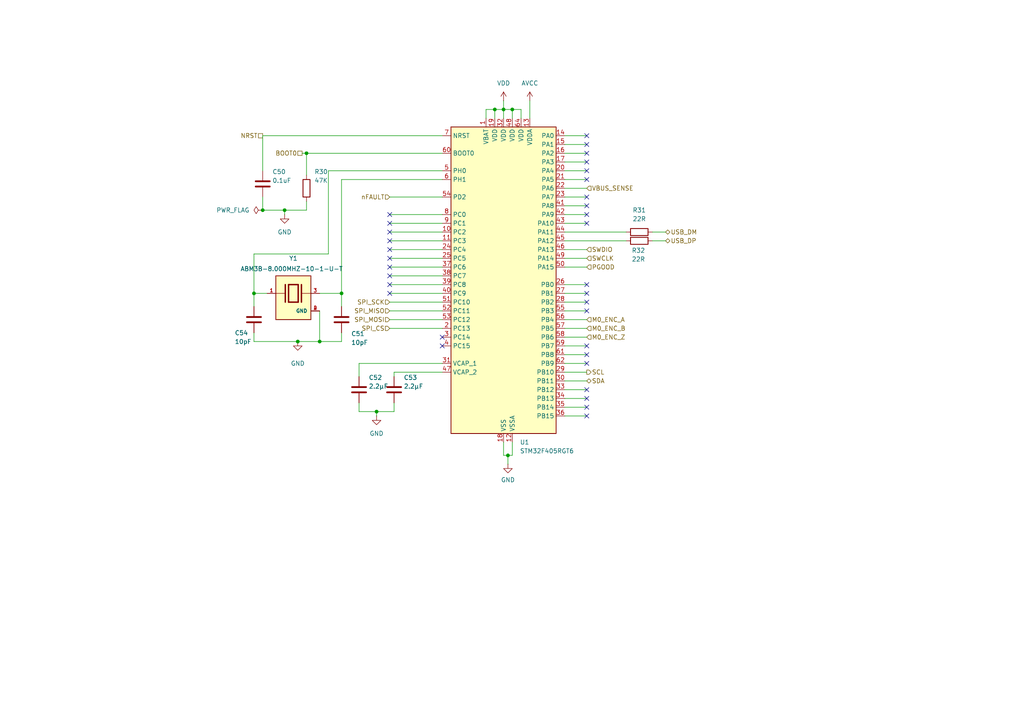
<source format=kicad_sch>
(kicad_sch (version 20231120) (generator "eeschema") (generator_version "8.0")
  (paper "A4")
  (lib_symbols
    (symbol "ABM3B-8.000MHZ-10-1-U-T:ABM3B-8.000MHZ-10-1-U-T" (pin_names (offset 1.016))
      (property "Reference" "Y" (at -5.0878 6.3559 0))
      (property "Value" "ABM3B-8.000MHZ-10-1-U-T" (at -5.0944 -10.16 0))
      (symbol "ABM3B-8.000MHZ-10-1-U-T_0_0"
        (rectangle (start -5.08 -7.62) (end 5.08 5.08) (stroke (width 0.254)) (fill (type background)))
        (polyline (pts (xy -5.08 0) (xy -2.54 0)) (stroke (width 0.1524)))
        (polyline (pts (xy -2.3368 2.54) (xy -2.3368 -2.54)) (stroke (width 0.4064)))
        (polyline (pts (xy -1.397 2.54) (xy -1.397 -2.54)) (stroke (width 0.4064)))
        (polyline (pts (xy -1.397 2.54) (xy 1.397 2.54)) (stroke (width 0.4064)))
        (polyline (pts (xy 1.397 -2.54) (xy -1.397 -2.54)) (stroke (width 0.4064)))
        (polyline (pts (xy 1.397 2.54) (xy 1.397 -2.54)) (stroke (width 0.4064)))
        (polyline (pts (xy 2.3368 2.54) (xy 2.3368 -2.54)) (stroke (width 0.4064)))
        (polyline (pts (xy 2.54 0) (xy 5.08 0)) (stroke (width 0.1524)))
        (pin passive line (at -7.62 0 0) (length 2.54) (name "~") (number "1"))
        (pin power_in line (at 7.62 -5.08 180) (length 2.54) (name "GND") (number "2"))
        (pin passive line (at 7.62 0 180) (length 2.54) (name "~") (number "3"))
        (pin power_in line (at 7.62 -5.08 180) (length 2.54) (name "GND") (number "4"))
      )
    )
    (symbol "Device:C" (pin_numbers hide) (pin_names (offset 0.254))
      (property "Reference" "C" (at 0.635 2.54 0))
      (property "Value" "C" (at 0.635 -2.54 0))
      (symbol "C_0_1"
        (polyline (pts (xy -2.032 -0.762) (xy 2.032 -0.762)) (stroke (width 0.508)))
        (polyline (pts (xy -2.032 0.762) (xy 2.032 0.762)) (stroke (width 0.508)))
      )
      (symbol "C_1_1"
        (pin passive line (at 0 3.81 270) (length 2.794) (name "~") (number "1"))
        (pin passive line (at 0 -3.81 90) (length 2.794) (name "~") (number "2"))
      )
    )
    (symbol "Device:R" (pin_numbers hide) (pin_names (offset 0))
      (property "Reference" "R" (at 2.032 0 90))
      (property "Value" "R" (at 0 0 90))
      (symbol "R_0_1"
        (rectangle (start -1.016 -2.54) (end 1.016 2.54) (stroke (width 0.254)))
      )
      (symbol "R_1_1"
        (pin passive line (at 0 3.81 270) (length 1.27) (name "~") (number "1"))
        (pin passive line (at 0 -3.81 90) (length 1.27) (name "~") (number "2"))
      )
    )
    (symbol "MCU_ST_STM32F4:STM32F405RGTx"
      (property "Reference" "U" (at -15.24 46.99 0))
      (property "Value" "STM32F405RGTx" (at 10.16 46.99 0))
      (symbol "STM32F405RGTx_0_1"
        (rectangle (start -15.24 -43.18) (end 15.24 45.72) (stroke (width 0.254)) (fill (type background)))
      )
      (symbol "STM32F405RGTx_1_1"
        (pin power_in line (at -5.08 48.26 270) (length 2.54) (name "VBAT") (number "1"))
        (pin bidirectional line (at -17.78 15.24 0) (length 2.54) (name "PC2") (number "10"))
        (pin bidirectional line (at -17.78 12.7 0) (length 2.54) (name "PC3") (number "11"))
        (pin power_in line (at 2.54 -45.72 90) (length 2.54) (name "VSSA") (number "12"))
        (pin power_in line (at 7.62 48.26 270) (length 2.54) (name "VDDA") (number "13"))
        (pin bidirectional line (at 17.78 43.18 180) (length 2.54) (name "PA0") (number "14"))
        (pin bidirectional line (at 17.78 40.64 180) (length 2.54) (name "PA1") (number "15"))
        (pin bidirectional line (at 17.78 38.1 180) (length 2.54) (name "PA2") (number "16"))
        (pin bidirectional line (at 17.78 35.56 180) (length 2.54) (name "PA3") (number "17"))
        (pin power_in line (at 0 -45.72 90) (length 2.54) (name "VSS") (number "18"))
        (pin power_in line (at -2.54 48.26 270) (length 2.54) (name "VDD") (number "19"))
        (pin bidirectional line (at -17.78 -12.7 0) (length 2.54) (name "PC13") (number "2"))
        (pin bidirectional line (at 17.78 33.02 180) (length 2.54) (name "PA4") (number "20"))
        (pin bidirectional line (at 17.78 30.48 180) (length 2.54) (name "PA5") (number "21"))
        (pin bidirectional line (at 17.78 27.94 180) (length 2.54) (name "PA6") (number "22"))
        (pin bidirectional line (at 17.78 25.4 180) (length 2.54) (name "PA7") (number "23"))
        (pin bidirectional line (at -17.78 10.16 0) (length 2.54) (name "PC4") (number "24"))
        (pin bidirectional line (at -17.78 7.62 0) (length 2.54) (name "PC5") (number "25"))
        (pin bidirectional line (at 17.78 0 180) (length 2.54) (name "PB0") (number "26"))
        (pin bidirectional line (at 17.78 -2.54 180) (length 2.54) (name "PB1") (number "27"))
        (pin bidirectional line (at 17.78 -5.08 180) (length 2.54) (name "PB2") (number "28"))
        (pin bidirectional line (at 17.78 -25.4 180) (length 2.54) (name "PB10") (number "29"))
        (pin bidirectional line (at -17.78 -15.24 0) (length 2.54) (name "PC14") (number "3"))
        (pin bidirectional line (at 17.78 -27.94 180) (length 2.54) (name "PB11") (number "30"))
        (pin power_out line (at -17.78 -22.86 0) (length 2.54) (name "VCAP_1") (number "31"))
        (pin power_in line (at 0 48.26 270) (length 2.54) (name "VDD") (number "32"))
        (pin bidirectional line (at 17.78 -30.48 180) (length 2.54) (name "PB12") (number "33"))
        (pin bidirectional line (at 17.78 -33.02 180) (length 2.54) (name "PB13") (number "34"))
        (pin bidirectional line (at 17.78 -35.56 180) (length 2.54) (name "PB14") (number "35"))
        (pin bidirectional line (at 17.78 -38.1 180) (length 2.54) (name "PB15") (number "36"))
        (pin bidirectional line (at -17.78 5.08 0) (length 2.54) (name "PC6") (number "37"))
        (pin bidirectional line (at -17.78 2.54 0) (length 2.54) (name "PC7") (number "38"))
        (pin bidirectional line (at -17.78 0 0) (length 2.54) (name "PC8") (number "39"))
        (pin bidirectional line (at -17.78 -17.78 0) (length 2.54) (name "PC15") (number "4"))
        (pin bidirectional line (at -17.78 -2.54 0) (length 2.54) (name "PC9") (number "40"))
        (pin bidirectional line (at 17.78 22.86 180) (length 2.54) (name "PA8") (number "41"))
        (pin bidirectional line (at 17.78 20.32 180) (length 2.54) (name "PA9") (number "42"))
        (pin bidirectional line (at 17.78 17.78 180) (length 2.54) (name "PA10") (number "43"))
        (pin bidirectional line (at 17.78 15.24 180) (length 2.54) (name "PA11") (number "44"))
        (pin bidirectional line (at 17.78 12.7 180) (length 2.54) (name "PA12") (number "45"))
        (pin bidirectional line (at 17.78 10.16 180) (length 2.54) (name "PA13") (number "46"))
        (pin power_out line (at -17.78 -25.4 0) (length 2.54) (name "VCAP_2") (number "47"))
        (pin power_in line (at 2.54 48.26 270) (length 2.54) (name "VDD") (number "48"))
        (pin bidirectional line (at 17.78 7.62 180) (length 2.54) (name "PA14") (number "49"))
        (pin bidirectional line (at -17.78 33.02 0) (length 2.54) (name "PH0") (number "5"))
        (pin bidirectional line (at 17.78 5.08 180) (length 2.54) (name "PA15") (number "50"))
        (pin bidirectional line (at -17.78 -5.08 0) (length 2.54) (name "PC10") (number "51"))
        (pin bidirectional line (at -17.78 -7.62 0) (length 2.54) (name "PC11") (number "52"))
        (pin bidirectional line (at -17.78 -10.16 0) (length 2.54) (name "PC12") (number "53"))
        (pin bidirectional line (at -17.78 25.4 0) (length 2.54) (name "PD2") (number "54"))
        (pin bidirectional line (at 17.78 -7.62 180) (length 2.54) (name "PB3") (number "55"))
        (pin bidirectional line (at 17.78 -10.16 180) (length 2.54) (name "PB4") (number "56"))
        (pin bidirectional line (at 17.78 -12.7 180) (length 2.54) (name "PB5") (number "57"))
        (pin bidirectional line (at 17.78 -15.24 180) (length 2.54) (name "PB6") (number "58"))
        (pin bidirectional line (at 17.78 -17.78 180) (length 2.54) (name "PB7") (number "59"))
        (pin bidirectional line (at -17.78 30.48 0) (length 2.54) (name "PH1") (number "6"))
        (pin input line (at -17.78 38.1 0) (length 2.54) (name "BOOT0") (number "60"))
        (pin bidirectional line (at 17.78 -20.32 180) (length 2.54) (name "PB8") (number "61"))
        (pin bidirectional line (at 17.78 -22.86 180) (length 2.54) (name "PB9") (number "62"))
        (pin passive line (at 0 -45.72 90) (length 2.54) hide (name "VSS") (number "63"))
        (pin power_in line (at 5.08 48.26 270) (length 2.54) (name "VDD") (number "64"))
        (pin input line (at -17.78 43.18 0) (length 2.54) (name "NRST") (number "7"))
        (pin bidirectional line (at -17.78 20.32 0) (length 2.54) (name "PC0") (number "8"))
        (pin bidirectional line (at -17.78 17.78 0) (length 2.54) (name "PC1") (number "9"))
      )
    )
    (symbol "power:GND" (power) (pin_numbers hide) (pin_names (offset 0) hide)
      (property "Value" "GND" (at 0 -3.81 0))
      (symbol "GND_0_1"
        (polyline (pts (xy 0 0) (xy 0 -1.27) (xy 1.27 -1.27) (xy 0 -2.54) (xy -1.27 -1.27) (xy 0 -1.27)))
      )
      (symbol "GND_1_1"
        (pin power_in line (at 0 0 270) (length 0) (name "~") (number "1"))
      )
    )
    (symbol "power:PWR_FLAG" (power) (pin_numbers hide) (pin_names (offset 0) hide)
      (property "Value" "PWR_FLAG" (at 0 3.81 0))
      (symbol "PWR_FLAG_0_0"
        (pin power_out line (at 0 0 90) (length 0) (name "~") (number "1"))
      )
      (symbol "PWR_FLAG_0_1"
        (polyline (pts (xy 0 0) (xy 0 1.27) (xy -1.016 1.905) (xy 0 2.54) (xy 1.016 1.905) (xy 0 1.27)))
      )
    )
    (symbol "power:VDD" (power) (pin_numbers hide) (pin_names (offset 0) hide)
      (property "Value" "VDD" (at 0 3.556 0))
      (symbol "VDD_0_1"
        (polyline (pts (xy -0.762 1.27) (xy 0 2.54)))
        (polyline (pts (xy 0 0) (xy 0 2.54)))
        (polyline (pts (xy 0 2.54) (xy 0.762 1.27)))
      )
      (symbol "VDD_1_1"
        (pin power_in line (at 0 0 90) (length 0) (name "~") (number "1"))
      )
    )
    (symbol "power:VDDA" (power) (pin_numbers hide) (pin_names (offset 0) hide)
      (property "Value" "VDDA" (at 0 3.556 0))
      (symbol "VDDA_0_1"
        (polyline (pts (xy -0.762 1.27) (xy 0 2.54)))
        (polyline (pts (xy 0 0) (xy 0 2.54)))
        (polyline (pts (xy 0 2.54) (xy 0.762 1.27)))
      )
      (symbol "VDDA_1_1"
        (pin power_in line (at 0 0 90) (length 0) (name "~") (number "1"))
      )
    )
  )
  (junction (at 73.66 85.09))
  (junction (at 76.2 60.96))
  (junction (at 82.55 60.96))
  (junction (at 109.22 119.38))
  (junction (at 92.71 99.06))
  (junction (at 99.06 85.09))
  (junction (at 148.59 31.75))
  (junction (at 146.05 31.75))
  (junction (at 88.9 44.45))
  (junction (at 86.36 99.06))
  (junction (at 147.32 132.08))
  (junction (at 143.51 31.75))
  (no_connect (at 170.18 49.53))
  (no_connect (at 170.18 85.09))
  (no_connect (at 170.18 87.63))
  (no_connect (at 170.18 64.77))
  (no_connect (at 170.18 115.57))
  (no_connect (at 113.03 74.93))
  (no_connect (at 113.03 85.09))
  (no_connect (at 113.03 72.39))
  (no_connect (at 113.03 80.01))
  (no_connect (at 113.03 67.31))
  (no_connect (at 113.03 69.85))
  (no_connect (at 113.03 62.23))
  (no_connect (at 170.18 118.11))
  (no_connect (at 170.18 52.07))
  (no_connect (at 170.18 41.91))
  (no_connect (at 170.18 120.65))
  (no_connect (at 128.27 97.79))
  (no_connect (at 170.18 82.55))
  (no_connect (at 170.18 90.17))
  (no_connect (at 170.18 44.45))
  (no_connect (at 170.18 59.69))
  (no_connect (at 170.18 46.99))
  (no_connect (at 170.18 39.37))
  (no_connect (at 170.18 105.41))
  (no_connect (at 113.03 77.47))
  (no_connect (at 113.03 64.77))
  (no_connect (at 113.03 82.55))
  (no_connect (at 170.18 113.03))
  (no_connect (at 170.18 102.87))
  (no_connect (at 170.18 100.33))
  (no_connect (at 170.18 62.23))
  (no_connect (at 170.18 57.15))
  (no_connect (at 128.27 100.33))
  (wire (pts (xy 113.03 77.47) (xy 128.27 77.47)))
  (wire (pts (xy 114.3 109.22) (xy 114.3 107.95)))
  (wire (pts (xy 146.05 29.21) (xy 146.05 31.75)))
  (wire (pts (xy 128.27 95.25) (xy 113.03 95.25)))
  (wire (pts (xy 92.71 85.09) (xy 99.06 85.09)))
  (wire (pts (xy 95.25 49.53) (xy 95.25 73.66)))
  (wire (pts (xy 87.63 44.45) (xy 88.9 44.45)))
  (wire (pts (xy 76.2 39.37) (xy 76.2 49.53)))
  (wire (pts (xy 128.27 62.23) (xy 113.03 62.23)))
  (wire (pts (xy 170.18 110.49) (xy 163.83 110.49)))
  (wire (pts (xy 163.83 62.23) (xy 170.18 62.23)))
  (wire (pts (xy 104.14 105.41) (xy 104.14 109.22)))
  (wire (pts (xy 114.3 107.95) (xy 128.27 107.95)))
  (wire (pts (xy 163.83 44.45) (xy 170.18 44.45)))
  (wire (pts (xy 113.03 69.85) (xy 128.27 69.85)))
  (wire (pts (xy 73.66 85.09) (xy 73.66 88.9)))
  (wire (pts (xy 76.2 60.96) (xy 82.55 60.96)))
  (wire (pts (xy 73.66 73.66) (xy 73.66 85.09)))
  (wire (pts (xy 163.83 59.69) (xy 170.18 59.69)))
  (wire (pts (xy 170.18 90.17) (xy 163.83 90.17)))
  (wire (pts (xy 163.83 69.85) (xy 181.61 69.85)))
  (wire (pts (xy 153.67 29.21) (xy 153.67 34.29)))
  (wire (pts (xy 113.03 57.15) (xy 128.27 57.15)))
  (wire (pts (xy 170.18 107.95) (xy 163.83 107.95)))
  (wire (pts (xy 163.83 74.93) (xy 170.18 74.93)))
  (wire (pts (xy 163.83 64.77) (xy 170.18 64.77)))
  (wire (pts (xy 189.23 69.85) (xy 193.04 69.85)))
  (wire (pts (xy 163.83 97.79) (xy 170.18 97.79)))
  (wire (pts (xy 163.83 54.61) (xy 170.18 54.61)))
  (wire (pts (xy 163.83 72.39) (xy 170.18 72.39)))
  (wire (pts (xy 146.05 132.08) (xy 147.32 132.08)))
  (wire (pts (xy 193.04 67.31) (xy 189.23 67.31)))
  (wire (pts (xy 128.27 105.41) (xy 104.14 105.41)))
  (wire (pts (xy 146.05 128.27) (xy 146.05 132.08)))
  (wire (pts (xy 163.83 41.91) (xy 170.18 41.91)))
  (wire (pts (xy 128.27 49.53) (xy 95.25 49.53)))
  (wire (pts (xy 163.83 113.03) (xy 170.18 113.03)))
  (wire (pts (xy 170.18 57.15) (xy 163.83 57.15)))
  (wire (pts (xy 88.9 44.45) (xy 88.9 50.8)))
  (wire (pts (xy 113.03 80.01) (xy 128.27 80.01)))
  (wire (pts (xy 88.9 60.96) (xy 82.55 60.96)))
  (wire (pts (xy 148.59 132.08) (xy 148.59 128.27)))
  (wire (pts (xy 163.83 39.37) (xy 170.18 39.37)))
  (wire (pts (xy 170.18 87.63) (xy 163.83 87.63)))
  (wire (pts (xy 128.27 64.77) (xy 113.03 64.77)))
  (wire (pts (xy 88.9 44.45) (xy 128.27 44.45)))
  (wire (pts (xy 76.2 39.37) (xy 128.27 39.37)))
  (wire (pts (xy 76.2 57.15) (xy 76.2 60.96)))
  (wire (pts (xy 151.13 31.75) (xy 151.13 34.29)))
  (wire (pts (xy 146.05 31.75) (xy 148.59 31.75)))
  (wire (pts (xy 147.32 132.08) (xy 148.59 132.08)))
  (wire (pts (xy 147.32 132.08) (xy 147.32 134.62)))
  (wire (pts (xy 88.9 60.96) (xy 88.9 58.42)))
  (wire (pts (xy 82.55 62.23) (xy 82.55 60.96)))
  (wire (pts (xy 170.18 77.47) (xy 163.83 77.47)))
  (wire (pts (xy 143.51 31.75) (xy 146.05 31.75)))
  (wire (pts (xy 73.66 85.09) (xy 77.47 85.09)))
  (wire (pts (xy 86.36 99.06) (xy 92.71 99.06)))
  (wire (pts (xy 128.27 90.17) (xy 113.03 90.17)))
  (wire (pts (xy 114.3 119.38) (xy 114.3 116.84)))
  (wire (pts (xy 140.97 31.75) (xy 143.51 31.75)))
  (wire (pts (xy 148.59 31.75) (xy 151.13 31.75)))
  (wire (pts (xy 113.03 82.55) (xy 128.27 82.55)))
  (wire (pts (xy 163.83 46.99) (xy 170.18 46.99)))
  (wire (pts (xy 170.18 120.65) (xy 163.83 120.65)))
  (wire (pts (xy 163.83 92.71) (xy 170.18 92.71)))
  (wire (pts (xy 163.83 49.53) (xy 170.18 49.53)))
  (wire (pts (xy 170.18 115.57) (xy 163.83 115.57)))
  (wire (pts (xy 170.18 105.41) (xy 163.83 105.41)))
  (wire (pts (xy 146.05 34.29) (xy 146.05 31.75)))
  (wire (pts (xy 128.27 87.63) (xy 113.03 87.63)))
  (wire (pts (xy 109.22 120.65) (xy 109.22 119.38)))
  (wire (pts (xy 143.51 34.29) (xy 143.51 31.75)))
  (wire (pts (xy 113.03 74.93) (xy 128.27 74.93)))
  (wire (pts (xy 170.18 102.87) (xy 163.83 102.87)))
  (wire (pts (xy 99.06 52.07) (xy 99.06 85.09)))
  (wire (pts (xy 170.18 118.11) (xy 163.83 118.11)))
  (wire (pts (xy 148.59 31.75) (xy 148.59 34.29)))
  (wire (pts (xy 128.27 52.07) (xy 99.06 52.07)))
  (wire (pts (xy 92.71 90.17) (xy 92.71 99.06)))
  (wire (pts (xy 113.03 67.31) (xy 128.27 67.31)))
  (wire (pts (xy 170.18 85.09) (xy 163.83 85.09)))
  (wire (pts (xy 170.18 100.33) (xy 163.83 100.33)))
  (wire (pts (xy 163.83 52.07) (xy 170.18 52.07)))
  (wire (pts (xy 104.14 119.38) (xy 109.22 119.38)))
  (wire (pts (xy 104.14 116.84) (xy 104.14 119.38)))
  (wire (pts (xy 73.66 96.52) (xy 73.66 99.06)))
  (wire (pts (xy 99.06 85.09) (xy 99.06 88.9)))
  (wire (pts (xy 170.18 82.55) (xy 163.83 82.55)))
  (wire (pts (xy 163.83 67.31) (xy 181.61 67.31)))
  (wire (pts (xy 128.27 92.71) (xy 113.03 92.71)))
  (wire (pts (xy 92.71 99.06) (xy 99.06 99.06)))
  (wire (pts (xy 109.22 119.38) (xy 114.3 119.38)))
  (wire (pts (xy 99.06 99.06) (xy 99.06 96.52)))
  (wire (pts (xy 73.66 73.66) (xy 95.25 73.66)))
  (wire (pts (xy 140.97 34.29) (xy 140.97 31.75)))
  (wire (pts (xy 73.66 99.06) (xy 86.36 99.06)))
  (wire (pts (xy 128.27 85.09) (xy 113.03 85.09)))
  (wire (pts (xy 113.03 72.39) (xy 128.27 72.39)))
  (wire (pts (xy 163.83 95.25) (xy 170.18 95.25)))
  (hierarchical_label "M0_ENC_Z" (shape input) (at 170.18 97.79 0))
  (hierarchical_label "PGOOD" (shape input) (at 170.18 77.47 0))
  (hierarchical_label "VBUS_SENSE" (shape input) (at 170.18 54.61 0))
  (hierarchical_label "BOOT0" (shape passive) (at 87.63 44.45 180))
  (hierarchical_label "SPI_SCK" (shape input) (at 113.03 87.63 180))
  (hierarchical_label "nFAULT" (shape input) (at 113.03 57.15 180))
  (hierarchical_label "NRST" (shape passive) (at 76.2 39.37 180))
  (hierarchical_label "SWDIO" (shape input) (at 170.18 72.39 0))
  (hierarchical_label "SCL" (shape output) (at 170.18 107.95 0))
  (hierarchical_label "SWCLK" (shape input) (at 170.18 74.93 0))
  (hierarchical_label "M0_ENC_A" (shape input) (at 170.18 92.71 0))
  (hierarchical_label "SPI_MISO" (shape input) (at 113.03 90.17 180))
  (hierarchical_label "USB_DM" (shape bidirectional) (at 193.04 67.31 0))
  (hierarchical_label "SPI_CS" (shape input) (at 113.03 95.25 180))
  (hierarchical_label "SPI_MOSI" (shape input) (at 113.03 92.71 180))
  (hierarchical_label "USB_DP" (shape bidirectional) (at 193.04 69.85 0))
  (hierarchical_label "SDA" (shape bidirectional) (at 170.18 110.49 0))
  (hierarchical_label "M0_ENC_B" (shape input) (at 170.18 95.25 0))
  (symbol (lib_id "Device:C") (at 114.3 113.03 0) (unit 1)
    (property "Reference" "C53" (at 117.094 110.236 0) (effects (justify left bottom)))
    (property "Value" "${CAPACITANCE}" (at 117.094 112.776 0) (effects (justify left bottom)))
    (property "Footprint" "Capacitor_SMD:C_0603_1608Metric" (effects (hide yes)))
    (property "Description" "CAP CER 2.2UF 16V X5R 0603" (effects (hide yes)))
    (property "SUPPLIER 1" "Digi-Key" (effects (hide yes)))
    (property "SUPPLIER PART NUMBER 1" "490-3296-1-ND" (effects (hide yes)))
    (property "MANUFACTURER" "Murata Electronics North America" (effects (hide yes)))
    (property "MANUFACTURER PART NUMBER" "GRM188R61C225KE15D" (effects (hide yes)))
    (property "ROHS" "RoHS Compliant" (effects (hide yes)))
    (property "CATEGORY" "Capacitors" (effects (hide yes)))
    (property "STOCK 1" "1255740" (effects (hide yes)))
    (property "PRICING 1" "1=0.12, 10=0.08, 50=0.046, 100=0.038, 250=0.032, 500=0.0268, 1000=0.022 (USD)" (effects (hide yes)))
    (property "PACKAGING" "Cut Tape (CT)" (effects (hide yes)))
    (property "CAPACITANCE" "2.2µF" (effects (hide yes)))
    (property "TOLERANCE" "±10%" (effects (hide yes)))
    (property "VOLTAGE - RATED" "16V" (effects (hide yes)))
    (property "TEMPERATURE COEFFICIENT" "X5R" (effects (hide yes)))
    (property "MOUNTING TYPE" "Surface Mount, MLCC" (effects (hide yes)))
    (property "OPERATING TEMPERATURE" "-55°C ~ 85°C" (effects (hide yes)))
    (property "APPLICATIONS" "General Purpose" (effects (hide yes)))
    (property "RATINGS" "-" (effects (hide yes)))
    (property "PACKAGE / CASE" "0603 (1608 Metric)" (effects (hide yes)))
    (property "SIZE / DIMENSION" "0.063\" L x 0.031\" W (1.60mm x 0.80mm)" (effects (hide yes)))
    (property "HEIGHT - SEATED (MAX)" "-" (effects (hide yes)))
    (property "THICKNESS (MAX)" "0.035\" (0.90mm)" (effects (hide yes)))
    (property "LEAD SPACING" "-" (effects (hide yes)))
    (property "FEATURES" "-" (effects (hide yes)))
    (property "LEAD STYLE" "-" (effects (hide yes)))
    (property "COMPONENTLINK1URL" "http://www.murata.com/~/media/webrenewal/support/library/catalog/products/capacitor/mlcc/c02e.pdf" (effects (hide yes)))
    (property "COMPONENTLINK1DESCRIPTION" "http://www.murata.com/~/media/webrenewal/support/library/catalog/products/capacitor/mlcc/c02e.pdf" (effects (hide yes)))
  )
  (symbol (lib_id "power:VDDA") (at 153.67 29.21 0) (unit 1)
    (property "Reference" "#PWR068" (effects (hide yes)))
    (property "Value" "AVCC" (at 153.67 24.13 0))
    (property "Description" "Power symbol creates a global label with name \"VDDA\"" (effects (hide yes)))
  )
  (symbol (lib_id "MCU_ST_STM32F4:STM32F405RGTx") (at 146.05 82.55 0) (unit 1)
    (property "Reference" "U1" (at 150.7841 128.27 0) (effects (justify left)))
    (property "Value" "STM32F405RGT6" (at 150.7841 130.81 0) (effects (justify left)))
    (property "Footprint" "Package_QFP:LQFP-64_10x10mm_P0.5mm" (effects (hide yes)))
    (property "Datasheet" "https://www.st.com/resource/en/datasheet/stm32f405rg.pdf" (effects (hide yes)))
    (property "Description" "STMicroelectronics Arm Cortex-M4 MCU, 1024KB flash, 192KB RAM, 168 MHz, 1.8-3.6V, 51 GPIO, LQFP64" (effects (hide yes)))
    (property "LCSC Part Number" "C15742" (effects (hide yes)))
  )
  (symbol (lib_id "Device:R") (at 185.42 67.31 90) (unit 1)
    (property "Reference" "R31" (at 185.42 60.96 90))
    (property "Value" "22R" (at 185.42 63.5 90))
    (property "Footprint" "Resistor_SMD:R_0402_1005Metric" (effects (hide yes)))
    (property "Description" "Resistor" (effects (hide yes)))
  )
  (symbol (lib_id "Device:C") (at 99.06 92.71 0) (unit 1)
    (property "Reference" "C51" (at 101.854 97.536 0) (effects (justify left bottom)))
    (property "Value" "${CAPACITANCE}" (at 101.854 100.076 0) (effects (justify left bottom)))
    (property "Footprint" "Capacitor_SMD:C_0603_1608Metric" (effects (hide yes)))
    (property "Description" "CAP CER 10PF 50V NP0 0603" (effects (hide yes)))
    (property "SUPPLIER 1" "Digi-Key" (effects (hide yes)))
    (property "SUPPLIER PART NUMBER 1" "490-1403-1-ND" (effects (hide yes)))
    (property "MANUFACTURER" "Murata Electronics North America" (effects (hide yes)))
    (property "MANUFACTURER PART NUMBER" "GRM1885C1H100JA01D" (effects (hide yes)))
    (property "ROHS" "RoHS Compliant" (effects (hide yes)))
    (property "CATEGORY" "Capacitors" (effects (hide yes)))
    (property "STOCK 1" "450321" (effects (hide yes)))
    (property "PRICING 1" "1=0.1, 10=0.041, 50=0.0222, 100=0.0187, 250=0.01532, 500=0.0131, 1000=0.0102 (USD)" (effects (hide yes)))
    (property "PACKAGING" "Cut Tape (CT)" (effects (hide yes)))
    (property "CAPACITANCE" "10pF" (effects (hide yes)))
    (property "TOLERANCE" "±5%" (effects (hide yes)))
    (property "VOLTAGE - RATED" "50V" (effects (hide yes)))
    (property "TEMPERATURE COEFFICIENT" "C0G, NP0" (effects (hide yes)))
    (property "MOUNTING TYPE" "Surface Mount, MLCC" (effects (hide yes)))
    (property "OPERATING TEMPERATURE" "-55°C ~ 125°C" (effects (hide yes)))
    (property "APPLICATIONS" "General Purpose" (effects (hide yes)))
    (property "RATINGS" "-" (effects (hide yes)))
    (property "PACKAGE / CASE" "0603 (1608 Metric)" (effects (hide yes)))
    (property "SIZE / DIMENSION" "0.063\" L x 0.031\" W (1.60mm x 0.80mm)" (effects (hide yes)))
    (property "HEIGHT - SEATED (MAX)" "-" (effects (hide yes)))
    (property "THICKNESS (MAX)" "0.035\" (0.90mm)" (effects (hide yes)))
    (property "LEAD SPACING" "-" (effects (hide yes)))
    (property "FEATURES" "-" (effects (hide yes)))
    (property "LEAD STYLE" "-" (effects (hide yes)))
    (property "COMPONENTLINK1URL" "http://www.murata.com/~/media/webrenewal/support/library/catalog/products/capacitor/mlcc/c02e.pdf" (effects (hide yes)))
    (property "COMPONENTLINK1DESCRIPTION" "http://www.murata.com/~/media/webrenewal/support/library/catalog/products/capacitor/mlcc/c02e.pdf" (effects (hide yes)))
  )
  (symbol (lib_id "power:PWR_FLAG") (at 76.2 60.96 90) (unit 1)
    (property "Reference" "#FLG03" (effects (hide yes)))
    (property "Value" "PWR_FLAG" (at 72.39 60.9599 90) (effects (justify left)))
    (property "Description" "Special symbol for telling ERC where power comes from" (effects (hide yes)))
  )
  (symbol (lib_id "power:VDD") (at 146.05 29.21 0) (unit 1)
    (property "Reference" "#PWR066" (effects (hide yes)))
    (property "Value" "VDD" (at 146.05 24.13 0))
    (property "Description" "Power symbol creates a global label with name \"VDD\"" (effects (hide yes)))
  )
  (symbol (lib_id "ABM3B-8.000MHZ-10-1-U-T:ABM3B-8.000MHZ-10-1-U-T") (at 85.09 85.09 0) (unit 1)
    (property "Reference" "Y1" (at 85.09 74.93 0))
    (property "Value" "ABM3B-8.000MHZ-10-1-U-T" (at 84.582 77.978 0))
    (property "Footprint" "Crystal:Crystal_SMD_5032-4Pin_5.0x3.2mm" (effects (hide yes)))
    (property "MF" "Abracon" (effects (hide yes)))
    (property "MAXIMUM_PACKAGE_HEIGHT" "1.1 mm" (effects (hide yes)))
    (property "Package" "SMD-4 Abracon LLC" (effects (hide yes)))
    (property "Price" "None" (effects (hide yes)))
    (property "Check_prices" "https://www.snapeda.com/parts/ABM3B-8.000MHZ-10-1-U-T/Abracon+LLC/view-part/?ref=eda" (effects (hide yes)))
    (property "STANDARD" "Manufacturer Recommendations" (effects (hide yes)))
    (property "PARTREV" "08.25.15" (effects (hide yes)))
    (property "SnapEDA_Link" "https://www.snapeda.com/parts/ABM3B-8.000MHZ-10-1-U-T/Abracon+LLC/view-part/?ref=snap" (effects (hide yes)))
    (property "MP" "ABM3B-8.000MHZ-10-1-U-T" (effects (hide yes)))
    (property "Description_1" "\n8 MHz ±10ppm Crystal 10pF 200 Ohms 4-SMD, No Lead\n" (effects (hide yes)))
    (property "Availability" "In Stock" (effects (hide yes)))
    (property "MANUFACTURER" "Abracon" (effects (hide yes)))
  )
  (symbol (lib_id "Device:C") (at 73.66 92.71 0) (unit 1)
    (property "Reference" "C54" (at 68.072 97.282 0) (effects (justify left bottom)))
    (property "Value" "${CAPACITANCE}" (at 68.072 99.822 0) (effects (justify left bottom)))
    (property "Footprint" "Capacitor_SMD:C_0603_1608Metric" (effects (hide yes)))
    (property "Description" "CAP CER 10PF 50V NP0 0603" (effects (hide yes)))
    (property "SUPPLIER 1" "Digi-Key" (effects (hide yes)))
    (property "SUPPLIER PART NUMBER 1" "490-1403-1-ND" (effects (hide yes)))
    (property "MANUFACTURER" "Murata Electronics North America" (effects (hide yes)))
    (property "MANUFACTURER PART NUMBER" "GRM1885C1H100JA01D" (effects (hide yes)))
    (property "ROHS" "RoHS Compliant" (effects (hide yes)))
    (property "CATEGORY" "Capacitors" (effects (hide yes)))
    (property "STOCK 1" "450321" (effects (hide yes)))
    (property "PRICING 1" "1=0.1, 10=0.041, 50=0.0222, 100=0.0187, 250=0.01532, 500=0.0131, 1000=0.0102 (USD)" (effects (hide yes)))
    (property "PACKAGING" "Cut Tape (CT)" (effects (hide yes)))
    (property "CAPACITANCE" "10pF" (effects (hide yes)))
    (property "TOLERANCE" "±5%" (effects (hide yes)))
    (property "VOLTAGE - RATED" "50V" (effects (hide yes)))
    (property "TEMPERATURE COEFFICIENT" "C0G, NP0" (effects (hide yes)))
    (property "MOUNTING TYPE" "Surface Mount, MLCC" (effects (hide yes)))
    (property "OPERATING TEMPERATURE" "-55°C ~ 125°C" (effects (hide yes)))
    (property "APPLICATIONS" "General Purpose" (effects (hide yes)))
    (property "RATINGS" "-" (effects (hide yes)))
    (property "PACKAGE / CASE" "0603 (1608 Metric)" (effects (hide yes)))
    (property "SIZE / DIMENSION" "0.063\" L x 0.031\" W (1.60mm x 0.80mm)" (effects (hide yes)))
    (property "HEIGHT - SEATED (MAX)" "-" (effects (hide yes)))
    (property "THICKNESS (MAX)" "0.035\" (0.90mm)" (effects (hide yes)))
    (property "LEAD SPACING" "-" (effects (hide yes)))
    (property "FEATURES" "-" (effects (hide yes)))
    (property "LEAD STYLE" "-" (effects (hide yes)))
    (property "COMPONENTLINK1URL" "http://www.murata.com/~/media/webrenewal/support/library/catalog/products/capacitor/mlcc/c02e.pdf" (effects (hide yes)))
    (property "COMPONENTLINK1DESCRIPTION" "http://www.murata.com/~/media/webrenewal/support/library/catalog/products/capacitor/mlcc/c02e.pdf" (effects (hide yes)))
  )
  (symbol (lib_id "power:GND") (at 82.55 62.23 0) (unit 1)
    (property "Reference" "#PWR063" (effects (hide yes)))
    (property "Value" "GND" (at 82.55 67.31 0))
    (property "Description" "Power symbol creates a global label with name \"GND\" , ground" (effects (hide yes)))
  )
  (symbol (lib_id "Device:R") (at 185.42 69.85 90) (unit 1)
    (property "Reference" "R32" (at 185.166 72.644 90))
    (property "Value" "22R" (at 185.166 75.184 90))
    (property "Footprint" "Resistor_SMD:R_0402_1005Metric" (effects (hide yes)))
    (property "Description" "Resistor" (effects (hide yes)))
  )
  (symbol (lib_id "Device:C") (at 76.2 53.34 0) (unit 1)
    (property "Reference" "C50" (at 78.994 50.546 0) (effects (justify left bottom)))
    (property "Value" "${CAPACITANCE}" (at 78.994 53.086 0) (effects (justify left bottom)))
    (property "Footprint" "Capacitor_SMD:C_0603_1608Metric" (effects (hide yes)))
    (property "Description" "CAP CER 0.1UF 50V X7R 0603" (effects (hide yes)))
    (property "SUPPLIER 1" "Digi-Key" (effects (hide yes)))
    (property "SUPPLIER PART NUMBER 1" "490-1519-2-ND" (effects (hide yes)))
    (property "MANUFACTURER" "Murata Electronics North America" (effects (hide yes)))
    (property "MANUFACTURER PART NUMBER" "GRM188R71H104KA93D" (effects (hide yes)))
    (property "ROHS" "RoHS Compliant" (effects (hide yes)))
    (property "CATEGORY" "Capacitors" (effects (hide yes)))
    (property "PRICING 1" "4000=0.01822, 8000=0.01663, 12000=0.01584 (USD)" (effects (hide yes)))
    (property "PACKAGING" "Tape & Reel (TR)" (effects (hide yes)))
    (property "CAPACITANCE" "0.1uF" (effects (hide yes)))
    (property "TOLERANCE" "±10%" (effects (hide yes)))
    (property "VOLTAGE - RATED" "50V" (effects (hide yes)))
    (property "TEMPERATURE COEFFICIENT" "X7R" (effects (hide yes)))
    (property "MOUNTING TYPE" "Surface Mount, MLCC" (effects (hide yes)))
    (property "OPERATING TEMPERATURE" "-55°C ~ 125°C" (effects (hide yes)))
    (property "APPLICATIONS" "General Purpose" (effects (hide yes)))
    (property "RATINGS" "-" (effects (hide yes)))
    (property "PACKAGE / CASE" "0603 (1608 Metric)" (effects (hide yes)))
    (property "SIZE / DIMENSION" "0.063\" L x 0.032\" W (1.60mm x 0.80mm)" (effects (hide yes)))
    (property "HEIGHT - SEATED (MAX)" "-" (effects (hide yes)))
    (property "THICKNESS (MAX)" "0.035\" (0.90mm)" (effects (hide yes)))
    (property "LEAD SPACING" "-" (effects (hide yes)))
    (property "FEATURES" "-" (effects (hide yes)))
    (property "LEAD STYLE" "-" (effects (hide yes)))
    (property "COMPONENTLINK1URL" "http://www.murata.com/~/media/webrenewal/support/library/catalog/products/capacitor/mlcc/c02e.ashx?la=en-us" (effects (hide yes)))
    (property "COMPONENTLINK1DESCRIPTION" "http://www.murata.com/~/media/webrenewal/support/library/catalog/products/capacitor/mlcc/c02e.ashx?la=en-us" (effects (hide yes)))
    (property "STOCK" "19812000" (effects (hide yes)))
    (property "PART STATUS" "Active" (effects (hide yes)))
    (property "SUPPLIER 2" "Digi-Key" (effects (hide yes)))
    (property "SUPPLIER PART NUMBER 2" "490-1519-1-ND" (effects (hide yes)))
    (property "PRICING 2" "1=0.12, 10=0.084, 100=0.0396, 500=0.02778, 1000=0.023 (USD)" (effects (hide yes)))
  )
  (symbol (lib_id "Device:C") (at 104.14 113.03 0) (unit 1)
    (property "Reference" "C52" (at 106.934 110.236 0) (effects (justify left bottom)))
    (property "Value" "${CAPACITANCE}" (at 106.934 112.776 0) (effects (justify left bottom)))
    (property "Footprint" "Capacitor_SMD:C_0603_1608Metric" (effects (hide yes)))
    (property "Description" "CAP CER 2.2UF 16V X5R 0603" (effects (hide yes)))
    (property "SUPPLIER 1" "Digi-Key" (effects (hide yes)))
    (property "SUPPLIER PART NUMBER 1" "490-3296-1-ND" (effects (hide yes)))
    (property "MANUFACTURER" "Murata Electronics North America" (effects (hide yes)))
    (property "MANUFACTURER PART NUMBER" "GRM188R61C225KE15D" (effects (hide yes)))
    (property "ROHS" "RoHS Compliant" (effects (hide yes)))
    (property "CATEGORY" "Capacitors" (effects (hide yes)))
    (property "STOCK 1" "1255740" (effects (hide yes)))
    (property "PRICING 1" "1=0.12, 10=0.08, 50=0.046, 100=0.038, 250=0.032, 500=0.0268, 1000=0.022 (USD)" (effects (hide yes)))
    (property "PACKAGING" "Cut Tape (CT)" (effects (hide yes)))
    (property "CAPACITANCE" "2.2µF" (effects (hide yes)))
    (property "TOLERANCE" "±10%" (effects (hide yes)))
    (property "VOLTAGE - RATED" "16V" (effects (hide yes)))
    (property "TEMPERATURE COEFFICIENT" "X5R" (effects (hide yes)))
    (property "MOUNTING TYPE" "Surface Mount, MLCC" (effects (hide yes)))
    (property "OPERATING TEMPERATURE" "-55°C ~ 85°C" (effects (hide yes)))
    (property "APPLICATIONS" "General Purpose" (effects (hide yes)))
    (property "RATINGS" "-" (effects (hide yes)))
    (property "PACKAGE / CASE" "0603 (1608 Metric)" (effects (hide yes)))
    (property "SIZE / DIMENSION" "0.063\" L x 0.031\" W (1.60mm x 0.80mm)" (effects (hide yes)))
    (property "HEIGHT - SEATED (MAX)" "-" (effects (hide yes)))
    (property "THICKNESS (MAX)" "0.035\" (0.90mm)" (effects (hide yes)))
    (property "LEAD SPACING" "-" (effects (hide yes)))
    (property "FEATURES" "-" (effects (hide yes)))
    (property "LEAD STYLE" "-" (effects (hide yes)))
    (property "COMPONENTLINK1URL" "http://www.murata.com/~/media/webrenewal/support/library/catalog/products/capacitor/mlcc/c02e.pdf" (effects (hide yes)))
    (property "COMPONENTLINK1DESCRIPTION" "http://www.murata.com/~/media/webrenewal/support/library/catalog/products/capacitor/mlcc/c02e.pdf" (effects (hide yes)))
  )
  (symbol (lib_id "power:GND") (at 86.36 99.06 0) (unit 1)
    (property "Reference" "#PWR064" (effects (hide yes)))
    (property "Value" "GND" (at 86.36 105.41 0))
  )
  (symbol (lib_id "Device:R") (at 88.9 54.61 0) (unit 1)
    (property "Reference" "R30" (at 91.186 50.546 0) (effects (justify left bottom)))
    (property "Value" "47K" (at 91.186 53.086 0) (effects (justify left bottom)))
    (property "Footprint" "Resistor_SMD:R_0603_1608Metric" (effects (hide yes)))
    (property "Description" "RES SMD 47K OHM 1% 1/10W 0603" (effects (hide yes)))
    (property "SUPPLIER 1" "Digi-Key" (effects (hide yes)))
    (property "SUPPLIER PART NUMBER 1" "311-47.0KHRCT-ND" (effects (hide yes)))
    (property "MANUFACTURER" "Yageo" (effects (hide yes)))
    (property "MANUFACTURER PART NUMBER" "RC0603FR-0747KL" (effects (hide yes)))
    (property "ROHS" "RoHS Compliant" (effects (hide yes)))
    (property "CATEGORY" "Resistors" (effects (hide yes)))
    (property "STOCK 1" "930868" (effects (hide yes)))
    (property "PRICING 1" "1=0.1, 10=0.014, 25=0.01, 100=0.0057, 250=0.00436, 500=0.00348, 1000=0.00257, 2500=0.00223 (USD)" (effects (hide yes)))
    (property "PACKAGING" "Cut Tape (CT)" (effects (hide yes)))
    (property "RESISTANCE (OHMS)" "47k" (effects (hide yes)))
    (property "TOLERANCE" "±1%" (effects (hide yes)))
    (property "POWER (WATTS)" "0.1W, 1/10W" (effects (hide yes)))
    (property "COMPOSITION" "Thick Film" (effects (hide yes)))
    (property "FEATURES" "Moisture Resistant" (effects (hide yes)))
    (property "TEMPERATURE COEFFICIENT" "±100ppm/°C" (effects (hide yes)))
    (property "OPERATING TEMPERATURE" "-55°C ~ 155°C" (effects (hide yes)))
    (property "PACKAGE / CASE" "0603 (1608 Metric)" (effects (hide yes)))
    (property "SUPPLIER DEVICE PACKAGE" "0603" (effects (hide yes)))
    (property "SIZE / DIMENSION" "0.063\" L x 0.031\" W (1.60mm x 0.80mm)" (effects (hide yes)))
    (property "HEIGHT" "0.022\" (0.55mm)" (effects (hide yes)))
    (property "NUMBER OF TERMINATIONS" "2" (effects (hide yes)))
    (property "COMPONENTLINK1URL" "http://www.yageo.com/documents/recent/PYu-RC_Group_51_RoHS_L_04.pdf" (effects (hide yes)))
    (property "COMPONENTLINK1DESCRIPTION" "http://www.yageo.com/documents/recent/PYu-RC_Group_51_RoHS_L_04.pdf" (effects (hide yes)))
  )
  (symbol (lib_id "power:GND") (at 109.22 120.65 0) (unit 1)
    (property "Reference" "#PWR065" (effects (hide yes)))
    (property "Value" "GND" (at 109.22 125.73 0))
    (property "Description" "Power symbol creates a global label with name \"GND\" , ground" (effects (hide yes)))
  )
  (symbol (lib_id "power:GND") (at 147.32 134.62 0) (unit 1)
    (property "Reference" "#PWR067" (effects (hide yes)))
    (property "Value" "GND" (at 147.32 139.192 0))
    (property "Description" "Power symbol creates a global label with name \"GND\" , ground" (effects (hide yes)))
  )
)
</source>
